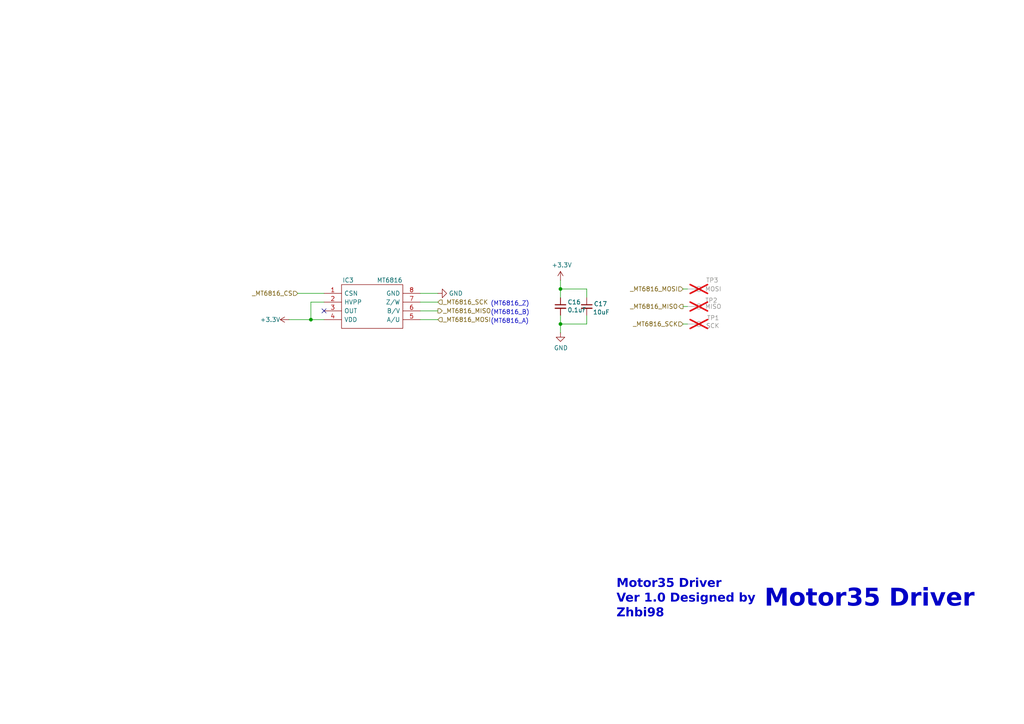
<source format=kicad_sch>
(kicad_sch (version 20231120) (generator "eeschema") (generator_version "8.0")
  (paper "A4")
  (lib_symbols
    (symbol "3rd_Sensor_Encoder:MT6816" (pin_names (offset 0.762))
      (property "Reference" "IC" (at 24.13 7.62 0))
      (property "Value" "MT6816" (at 24.13 5.08 0))
      (symbol "MT6816_0_0"
        (pin passive line (at 0 0 0) (length 5.08) (name "CSN") (number "1"))
        (pin passive line (at 0 -2.54 0) (length 5.08) (name "HVPP") (number "2"))
        (pin passive line (at 0 -5.08 0) (length 5.08) (name "OUT") (number "3"))
        (pin passive line (at 0 -7.62 0) (length 5.08) (name "VDD") (number "4"))
        (pin passive line (at 27.94 -7.62 180) (length 5.08) (name "A/U") (number "5"))
        (pin passive line (at 27.94 -5.08 180) (length 5.08) (name "B/V") (number "6"))
        (pin passive line (at 27.94 -2.54 180) (length 5.08) (name "Z/W") (number "7"))
        (pin passive line (at 27.94 0 180) (length 5.08) (name "GND") (number "8"))
      )
      (symbol "MT6816_0_1"
        (polyline (pts (xy 5.08 2.54) (xy 22.86 2.54) (xy 22.86 -10.16) (xy 5.08 -10.16) (xy 5.08 2.54)) (stroke (width 0.1524)))
      )
    )
    (symbol "Connector:TestPoint" (pin_numbers hide) (pin_names (offset 0.762) hide)
      (property "Reference" "TP" (at 0 6.858 0))
      (property "Value" "TestPoint" (at 0 5.08 0))
      (symbol "TestPoint_0_1"
        (circle (center 0 3.302) (radius 0.762))
      )
      (symbol "TestPoint_1_1"
        (pin passive line (at 0 0 90) (length 2.54) (name "1") (number "1"))
      )
    )
    (symbol "Device:C_Small" (pin_numbers hide) (pin_names (offset 0.254) hide)
      (property "Reference" "C" (at 0.254 1.778 0))
      (property "Value" "C_Small" (at 0.254 -2.032 0))
      (symbol "C_Small_0_1"
        (polyline (pts (xy -1.524 -0.508) (xy 1.524 -0.508)) (stroke (width 0.3302)))
        (polyline (pts (xy -1.524 0.508) (xy 1.524 0.508)) (stroke (width 0.3048)))
      )
      (symbol "C_Small_1_1"
        (pin passive line (at 0 2.54 270) (length 2.032) (name "~") (number "1"))
        (pin passive line (at 0 -2.54 90) (length 2.032) (name "~") (number "2"))
      )
    )
    (symbol "power:+3.3V" (power) (pin_numbers hide) (pin_names (offset 0) hide)
      (property "Value" "+3.3V" (at 0 3.556 0))
      (symbol "+3.3V_0_1"
        (polyline (pts (xy -0.762 1.27) (xy 0 2.54)))
        (polyline (pts (xy 0 0) (xy 0 2.54)))
        (polyline (pts (xy 0 2.54) (xy 0.762 1.27)))
      )
      (symbol "+3.3V_1_1"
        (pin power_in line (at 0 0 90) (length 0) (name "~") (number "1"))
      )
    )
    (symbol "power:GND" (power) (pin_numbers hide) (pin_names (offset 0) hide)
      (property "Value" "GND" (at 0 -3.81 0))
      (symbol "GND_0_1"
        (polyline (pts (xy 0 0) (xy 0 -1.27) (xy 1.27 -1.27) (xy 0 -2.54) (xy -1.27 -1.27) (xy 0 -1.27)))
      )
      (symbol "GND_1_1"
        (pin power_in line (at 0 0 270) (length 0) (name "~") (number "1"))
      )
    )
  )
  (junction (at 90.17 92.71))
  (junction (at 162.56 93.98))
  (junction (at 162.56 83.82))
  (no_connect (at 93.98 90.17))
  (wire (pts (xy 121.92 85.09) (xy 127 85.09)))
  (wire (pts (xy 90.17 87.63) (xy 93.98 87.63)))
  (wire (pts (xy 90.17 92.71) (xy 93.98 92.71)))
  (wire (pts (xy 121.92 92.71) (xy 127 92.71)))
  (wire (pts (xy 90.17 92.71) (xy 90.17 87.63)))
  (wire (pts (xy 162.56 93.98) (xy 170.18 93.98)))
  (wire (pts (xy 162.56 86.36) (xy 162.56 83.82)))
  (wire (pts (xy 199.39 93.98) (xy 198.12 93.98)))
  (wire (pts (xy 162.56 83.82) (xy 170.18 83.82)))
  (wire (pts (xy 162.56 91.44) (xy 162.56 93.98)))
  (wire (pts (xy 86.36 85.09) (xy 93.98 85.09)))
  (wire (pts (xy 199.39 88.9) (xy 198.12 88.9)))
  (wire (pts (xy 170.18 83.82) (xy 170.18 86.36)))
  (wire (pts (xy 83.82 92.71) (xy 90.17 92.71)))
  (wire (pts (xy 170.18 91.44) (xy 170.18 93.98)))
  (wire (pts (xy 121.92 90.17) (xy 127 90.17)))
  (wire (pts (xy 162.56 81.28) (xy 162.56 83.82)))
  (wire (pts (xy 121.92 87.63) (xy 127 87.63)))
  (wire (pts (xy 162.56 93.98) (xy 162.56 96.52)))
  (wire (pts (xy 199.39 83.82) (xy 198.12 83.82)))
  (text "(MT6816_B)" (at 142.24 91.44 0) (effects (font (size 1.27 1.27)) (justify left bottom)))
  (text "(MT6816_A)" (at 142.24 93.98 0) (effects (font (size 1.27 1.27)) (justify left bottom)))
  (text "Motor35 Driver" (at 221.742 178.054 0) (effects (font (size 5.08 5.08) (thickness 0.508) (bold yes) (italic yes)) (justify left bottom)))
  (text "Motor35 Driver\nVer 1.0 Designed by\nZhbi98" (at 178.816 180.086 0) (effects (font (size 2.54 2.54) (bold yes)) (justify left bottom)))
  (text "(MT6816_Z)" (at 142.24 88.9 0) (effects (font (size 1.27 1.27)) (justify left bottom)))
  (hierarchical_label "_MT6816_SCK" (shape input) (at 127 87.63 0))
  (hierarchical_label "_MT6816_MISO" (shape output) (at 127 90.17 0))
  (hierarchical_label "_MT6816_CS" (shape input) (at 86.36 85.09 180))
  (hierarchical_label "_MT6816_SCK" (shape input) (at 198.12 93.98 180))
  (hierarchical_label "_MT6816_MOSI" (shape input) (at 127 92.71 0))
  (hierarchical_label "_MT6816_MOSI" (shape input) (at 198.12 83.82 180))
  (hierarchical_label "_MT6816_MISO" (shape output) (at 198.12 88.9 180))
  (symbol (lib_id "power:+3.3V") (at 83.82 92.71 90) (unit 1)
    (property "Reference" "#PWR0103" (effects (hide yes)))
    (property "Value" "+3.3V" (at 78.359 92.71 90))
    (property "Description" "Power symbol creates a global label with name \"+3.3V\"" (effects (hide yes)))
  )
  (symbol (lib_id "power:GND") (at 162.56 96.52 0) (unit 1)
    (property "Reference" "#PWR0104" (effects (hide yes)))
    (property "Value" "GND" (at 162.687 100.9142 0))
    (property "Description" "Power symbol creates a global label with name \"GND\" , ground" (effects (hide yes)))
  )
  (symbol (lib_id "Device:C_Small") (at 170.18 88.9 0) (unit 1)
    (property "Reference" "C17" (at 172.212 88.138 0) (effects (justify left)))
    (property "Value" "10uF" (at 171.958 90.551 0) (effects (justify left)))
    (property "Footprint" "Capacitor_SMD:C_0603_1608Metric" (effects (hide yes)))
    (property "Description" "Unpolarized capacitor, small symbol" (effects (hide yes)))
  )
  (symbol (lib_id "Connector:TestPoint") (at 199.39 93.98 270) (unit 1) (in_bom no) (on_board no) (dnp yes)
    (property "Reference" "TP1" (at 204.978 92.202 90) (effects (justify left)))
    (property "Value" "SCK" (at 204.724 94.488 90) (effects (justify left)))
    (property "Footprint" "TestPoint:TestPoint_Pad_D1.0mm" (effects (hide yes)))
    (property "Description" "test point" (effects (hide yes)))
  )
  (symbol (lib_id "Connector:TestPoint") (at 199.39 88.9 270) (unit 1) (in_bom no) (on_board no) (dnp yes)
    (property "Reference" "TP2" (at 204.47 87.122 90) (effects (justify left)))
    (property "Value" "MISO" (at 204.47 88.9 90) (effects (justify left)))
    (property "Footprint" "TestPoint:TestPoint_Pad_D1.0mm" (effects (hide yes)))
    (property "Description" "test point" (effects (hide yes)))
  )
  (symbol (lib_id "power:GND") (at 127 85.09 90) (unit 1)
    (property "Reference" "#PWR0101" (effects (hide yes)))
    (property "Value" "GND" (at 132.207 85.09 90))
    (property "Description" "Power symbol creates a global label with name \"GND\" , ground" (effects (hide yes)))
  )
  (symbol (lib_id "Connector:TestPoint") (at 199.39 83.82 270) (unit 1) (in_bom no) (on_board no) (dnp yes)
    (property "Reference" "TP3" (at 204.724 81.28 90) (effects (justify left)))
    (property "Value" "MOSI" (at 204.47 83.82 90) (effects (justify left)))
    (property "Footprint" "TestPoint:TestPoint_Pad_D1.0mm" (effects (hide yes)))
    (property "Description" "test point" (effects (hide yes)))
  )
  (symbol (lib_id "power:+3.3V") (at 162.56 81.28 0) (unit 1)
    (property "Reference" "#PWR0102" (effects (hide yes)))
    (property "Value" "+3.3V" (at 162.941 76.8858 0))
    (property "Description" "Power symbol creates a global label with name \"+3.3V\"" (effects (hide yes)))
  )
  (symbol (lib_id "3rd_Sensor_Encoder:MT6816") (at 93.98 85.09 0) (unit 1)
    (property "Reference" "IC3" (at 100.965 81.28 0))
    (property "Value" "MT6816" (at 113.03 81.28 0))
    (property "Footprint" "3rd_Sensor_Encoder:SOIC-8_L4.7-W5.8-P1.27_MT6816" (effects (hide yes)))
    (property "Datasheet" "http://www.magntek.com.cn/upload/MT6816_Rev.2.0.pdf" (effects (hide yes)))
    (property "Description" "P" (effects (hide yes)))
    (property "Height" "1.75" (effects (hide yes)))
    (property "Manufacturer_Name" "Magntek" (effects (hide yes)))
    (property "Manufacturer_Part_Number" "MT6816" (effects (hide yes)))
  )
  (symbol (lib_id "Device:C_Small") (at 162.56 88.9 0) (unit 1)
    (property "Reference" "C16" (at 164.592 87.63 0) (effects (justify left)))
    (property "Value" "0.1uF" (at 164.592 89.916 0) (effects (justify left)))
    (property "Footprint" "Capacitor_SMD:C_0603_1608Metric" (effects (hide yes)))
    (property "Description" "Unpolarized capacitor, small symbol" (effects (hide yes)))
  )
)
</source>
